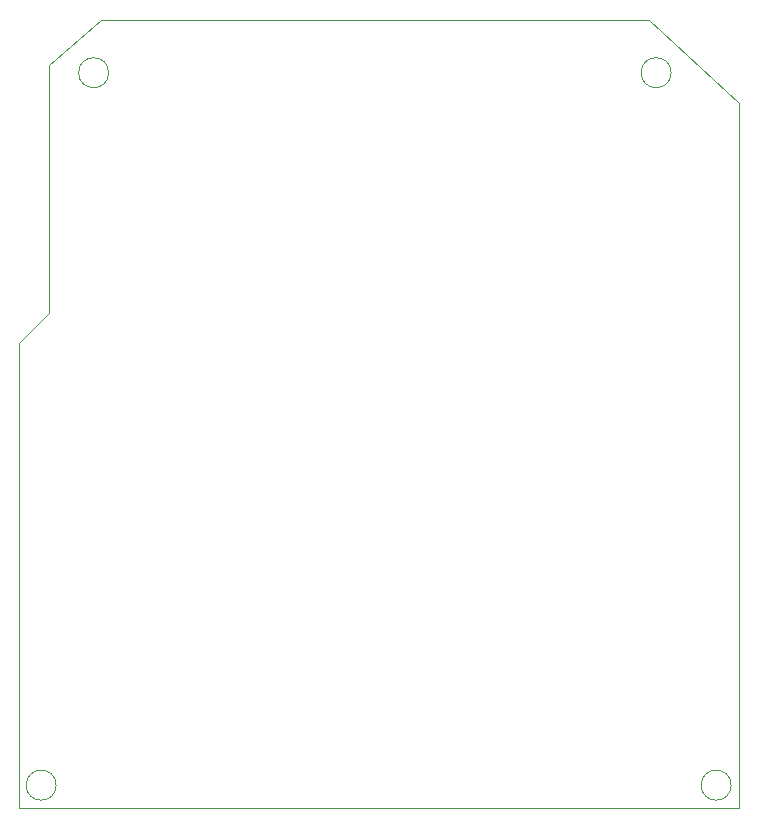
<source format=gbr>
%TF.GenerationSoftware,KiCad,Pcbnew,(6.0.9)*%
%TF.CreationDate,2023-01-01T04:26:49+02:00*%
%TF.ProjectId,ESP32_LEDCONTROLLER,45535033-325f-44c4-9544-434f4e54524f,rev?*%
%TF.SameCoordinates,Original*%
%TF.FileFunction,Profile,NP*%
%FSLAX46Y46*%
G04 Gerber Fmt 4.6, Leading zero omitted, Abs format (unit mm)*
G04 Created by KiCad (PCBNEW (6.0.9)) date 2023-01-01 04:26:49*
%MOMM*%
%LPD*%
G01*
G04 APERTURE LIST*
%TA.AperFunction,Profile*%
%ADD10C,0.100000*%
%TD*%
G04 APERTURE END LIST*
D10*
X146685000Y-154940000D02*
G75*
G03*
X146685000Y-154940000I-1270000J0D01*
G01*
X141605000Y-94615000D02*
G75*
G03*
X141605000Y-94615000I-1270000J0D01*
G01*
X93980000Y-94615000D02*
G75*
G03*
X93980000Y-94615000I-1270000J0D01*
G01*
X89535000Y-154940000D02*
G75*
G03*
X89535000Y-154940000I-1270000J0D01*
G01*
X147320000Y-97155000D02*
X147320000Y-156845000D01*
X86360000Y-156845000D01*
X86360000Y-117475000D01*
X88900000Y-114935000D01*
X88900000Y-93980000D01*
X93345000Y-90170000D01*
X139700000Y-90170000D01*
X147320000Y-97155000D01*
M02*

</source>
